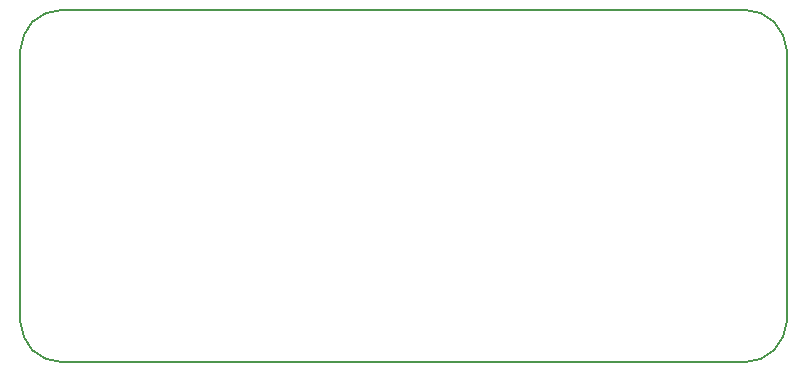
<source format=gbr>
%TF.GenerationSoftware,KiCad,Pcbnew,(5.1.9-0-10_14)*%
%TF.CreationDate,2021-02-01T04:26:24+03:00*%
%TF.ProjectId,Terraforms,54657272-6166-46f7-926d-732e6b696361,rev?*%
%TF.SameCoordinates,Original*%
%TF.FileFunction,Profile,NP*%
%FSLAX46Y46*%
G04 Gerber Fmt 4.6, Leading zero omitted, Abs format (unit mm)*
G04 Created by KiCad (PCBNEW (5.1.9-0-10_14)) date 2021-02-01 04:26:24*
%MOMM*%
%LPD*%
G01*
G04 APERTURE LIST*
%TA.AperFunction,Profile*%
%ADD10C,0.200000*%
%TD*%
G04 APERTURE END LIST*
D10*
X184462286Y-106366222D02*
X183095601Y-106640785D01*
X122010004Y-104502870D02*
X121735441Y-103136185D01*
X122759660Y-105616566D02*
X122010004Y-104502870D01*
X123873356Y-106366222D02*
X122759660Y-105616566D01*
X125240041Y-106640785D02*
X123873356Y-106366222D01*
X186600201Y-103136185D02*
X186325638Y-104502870D01*
X186600201Y-80326685D02*
X186600201Y-103136185D01*
X184462286Y-77096648D02*
X185575982Y-77846304D01*
X183095601Y-106640785D02*
X125240041Y-106640785D01*
X186325638Y-78960000D02*
X186600201Y-80326685D01*
X121735437Y-80326685D02*
X122010000Y-78960000D01*
X121735441Y-103136185D02*
X121735437Y-80326685D01*
X183095601Y-76822085D02*
X184462286Y-77096648D01*
X186325638Y-104502870D02*
X185575982Y-105616566D01*
X185575982Y-77846304D02*
X186325638Y-78960000D01*
X185575982Y-105616566D02*
X184462286Y-106366222D01*
X125240041Y-76822085D02*
X183095601Y-76822085D01*
X125240037Y-76822085D02*
X125240041Y-76822085D01*
X123873352Y-77096648D02*
X125240037Y-76822085D01*
X122759656Y-77846304D02*
X123873352Y-77096648D01*
X122010000Y-78960000D02*
X122759656Y-77846304D01*
M02*

</source>
